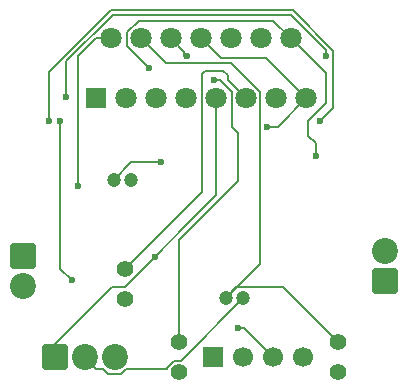
<source format=gbr>
%TF.GenerationSoftware,KiCad,Pcbnew,9.0.4*%
%TF.CreationDate,2025-09-01T01:35:23+05:30*%
%TF.ProjectId,L298,4c323938-2e6b-4696-9361-645f70636258,rev?*%
%TF.SameCoordinates,Original*%
%TF.FileFunction,Copper,L2,Bot*%
%TF.FilePolarity,Positive*%
%FSLAX46Y46*%
G04 Gerber Fmt 4.6, Leading zero omitted, Abs format (unit mm)*
G04 Created by KiCad (PCBNEW 9.0.4) date 2025-09-01 01:35:23*
%MOMM*%
%LPD*%
G01*
G04 APERTURE LIST*
G04 Aperture macros list*
%AMRoundRect*
0 Rectangle with rounded corners*
0 $1 Rounding radius*
0 $2 $3 $4 $5 $6 $7 $8 $9 X,Y pos of 4 corners*
0 Add a 4 corners polygon primitive as box body*
4,1,4,$2,$3,$4,$5,$6,$7,$8,$9,$2,$3,0*
0 Add four circle primitives for the rounded corners*
1,1,$1+$1,$2,$3*
1,1,$1+$1,$4,$5*
1,1,$1+$1,$6,$7*
1,1,$1+$1,$8,$9*
0 Add four rect primitives between the rounded corners*
20,1,$1+$1,$2,$3,$4,$5,0*
20,1,$1+$1,$4,$5,$6,$7,0*
20,1,$1+$1,$6,$7,$8,$9,0*
20,1,$1+$1,$8,$9,$2,$3,0*%
G04 Aperture macros list end*
%TA.AperFunction,ComponentPad*%
%ADD10C,1.800000*%
%TD*%
%TA.AperFunction,ComponentPad*%
%ADD11R,1.800000X1.800000*%
%TD*%
%TA.AperFunction,ComponentPad*%
%ADD12C,1.400000*%
%TD*%
%TA.AperFunction,ComponentPad*%
%ADD13R,1.700000X1.700000*%
%TD*%
%TA.AperFunction,ComponentPad*%
%ADD14C,1.700000*%
%TD*%
%TA.AperFunction,ComponentPad*%
%ADD15RoundRect,0.249999X-0.850001X-0.850001X0.850001X-0.850001X0.850001X0.850001X-0.850001X0.850001X0*%
%TD*%
%TA.AperFunction,ComponentPad*%
%ADD16C,2.200000*%
%TD*%
%TA.AperFunction,ComponentPad*%
%ADD17RoundRect,0.249999X-0.850001X0.850001X-0.850001X-0.850001X0.850001X-0.850001X0.850001X0.850001X0*%
%TD*%
%TA.AperFunction,ComponentPad*%
%ADD18C,1.200000*%
%TD*%
%TA.AperFunction,ComponentPad*%
%ADD19RoundRect,0.249999X0.850001X-0.850001X0.850001X0.850001X-0.850001X0.850001X-0.850001X-0.850001X0*%
%TD*%
%TA.AperFunction,ViaPad*%
%ADD20C,0.600000*%
%TD*%
%TA.AperFunction,Conductor*%
%ADD21C,0.200000*%
%TD*%
G04 APERTURE END LIST*
D10*
%TO.P,U1,15,SENSE_B*%
%TO.N,GND*%
X178810000Y-63080000D03*
%TO.P,U1,14,OUT4*%
%TO.N,Net-(D4-A)*%
X177540000Y-58000000D03*
%TO.P,U1,13,OUT3*%
%TO.N,Net-(D3-A)*%
X176270000Y-63080000D03*
%TO.P,U1,12,IN4*%
%TO.N,Net-(J5-Pin_4)*%
X175000000Y-58000000D03*
%TO.P,U1,11,EnB*%
%TO.N,/ENB*%
X173730000Y-63080000D03*
%TO.P,U1,10,IN3*%
%TO.N,Net-(J5-Pin_3)*%
X172460000Y-58000000D03*
%TO.P,U1,9,Vss*%
%TO.N,+12V*%
X171190000Y-63080000D03*
%TO.P,U1,8,GND*%
%TO.N,GND*%
X169920000Y-58000000D03*
%TO.P,U1,7,IN2*%
%TO.N,Net-(J5-Pin_2)*%
X168650000Y-63080000D03*
%TO.P,U1,6,EnA*%
%TO.N,/ENA*%
X167380000Y-58000000D03*
%TO.P,U1,5,IN1*%
%TO.N,Net-(J5-Pin_1)*%
X166110000Y-63080000D03*
%TO.P,U1,4,Vs*%
%TO.N,+5V*%
X164840000Y-58000000D03*
%TO.P,U1,3,OUT2*%
%TO.N,Net-(D2-A)*%
X163570000Y-63080000D03*
%TO.P,U1,2,OUT1*%
%TO.N,Net-(D1-A)*%
X162300000Y-58000000D03*
D11*
%TO.P,U1,1,SENSE_A*%
%TO.N,GND*%
X161030000Y-63080000D03*
%TD*%
D12*
%TO.P,JP3,1,A*%
%TO.N,/ENB*%
X163500000Y-77500000D03*
%TO.P,JP3,2,B*%
%TO.N,unconnected-(JP3-B-Pad2)*%
X163500000Y-80040000D03*
%TD*%
%TO.P,JP2,1,A*%
%TO.N,+5V*%
X181500000Y-83750000D03*
%TO.P,JP2,2,B*%
%TO.N,unconnected-(JP2-B-Pad2)*%
X181500000Y-86290000D03*
%TD*%
%TO.P,JP1,1,A*%
%TO.N,/ENA*%
X168000000Y-83750000D03*
%TO.P,JP1,2,B*%
%TO.N,unconnected-(JP1-B-Pad2)*%
X168000000Y-86290000D03*
%TD*%
D13*
%TO.P,J5,1,Pin_1*%
%TO.N,Net-(J5-Pin_1)*%
X170960000Y-85000000D03*
D14*
%TO.P,J5,2,Pin_2*%
%TO.N,Net-(J5-Pin_2)*%
X173500000Y-85000000D03*
%TO.P,J5,3,Pin_3*%
%TO.N,Net-(J5-Pin_3)*%
X176040000Y-85000000D03*
%TO.P,J5,4,Pin_4*%
%TO.N,Net-(J5-Pin_4)*%
X178580000Y-85000000D03*
%TD*%
D15*
%TO.P,J3,1,Pin_1*%
%TO.N,+12V*%
X157500000Y-85000000D03*
D16*
%TO.P,J3,2,Pin_2*%
%TO.N,GND*%
X160040000Y-85000000D03*
%TO.P,J3,3,Pin_3*%
%TO.N,+5V*%
X162580000Y-85000000D03*
%TD*%
D17*
%TO.P,J1,1,Pin_1*%
%TO.N,Net-(D1-A)*%
X154807500Y-76460000D03*
D16*
%TO.P,J1,2,Pin_2*%
%TO.N,Net-(D2-A)*%
X154807500Y-79000000D03*
%TD*%
D18*
%TO.P,C2,1*%
%TO.N,+5V*%
X172000000Y-80000000D03*
%TO.P,C2,2*%
%TO.N,GND*%
X173500000Y-80000000D03*
%TD*%
%TO.P,C1,1*%
%TO.N,Net-(U2-VO)*%
X162500000Y-70000000D03*
%TO.P,C1,2*%
%TO.N,+5V*%
X164000000Y-70000000D03*
%TD*%
D19*
%TO.P,J2,1,Pin_1*%
%TO.N,Net-(D3-A)*%
X185500000Y-78540000D03*
D16*
%TO.P,J2,2,Pin_2*%
%TO.N,Net-(D4-A)*%
X185500000Y-76000000D03*
%TD*%
D20*
%TO.N,Net-(U2-VO)*%
X166500000Y-68500000D03*
%TO.N,Net-(D3-A)*%
X157000000Y-65000000D03*
X180000000Y-65000000D03*
%TO.N,Net-(D2-A)*%
X158500000Y-63000000D03*
X180500000Y-59500000D03*
%TO.N,Net-(D4-A)*%
X179600000Y-68000000D03*
%TO.N,/ENA*%
X168703057Y-59499000D03*
%TO.N,Net-(D4-A)*%
X165500000Y-60500000D03*
%TO.N,+12V*%
X166000000Y-76500000D03*
%TO.N,/ENA*%
X171000000Y-61500000D03*
%TO.N,Net-(D2-A)*%
X159000000Y-78500000D03*
X158000000Y-65000000D03*
%TO.N,Net-(D1-A)*%
X159500000Y-70500000D03*
%TO.N,Net-(J5-Pin_3)*%
X173000000Y-82500000D03*
%TO.N,GND*%
X175531000Y-65500000D03*
%TD*%
D21*
%TO.N,Net-(U2-VO)*%
X164000000Y-68500000D02*
X166500000Y-68500000D01*
X164000000Y-68500000D02*
X162500000Y-70000000D01*
%TO.N,Net-(D3-A)*%
X157000000Y-60865800D02*
X157000000Y-65000000D01*
X162266800Y-55599000D02*
X157000000Y-60865800D01*
X177666100Y-55599000D02*
X162266800Y-55599000D01*
X181101000Y-59033900D02*
X177666100Y-55599000D01*
X181101000Y-63899000D02*
X181101000Y-59033900D01*
X180000000Y-65000000D02*
X181101000Y-63899000D01*
%TO.N,Net-(D4-A)*%
X180500000Y-60960000D02*
X177540000Y-58000000D01*
X179000000Y-66300000D02*
X179000000Y-65000000D01*
X179000000Y-65000000D02*
X180500000Y-63500000D01*
X180500000Y-63500000D02*
X180500000Y-60960000D01*
X179600000Y-66900000D02*
X179000000Y-66300000D01*
X179600000Y-68000000D02*
X179600000Y-66900000D01*
%TO.N,Net-(D2-A)*%
X158500000Y-59932900D02*
X158500000Y-63000000D01*
X162432900Y-56000000D02*
X158500000Y-59932900D01*
X180500000Y-59000000D02*
X177500000Y-56000000D01*
X180500000Y-59500000D02*
X180500000Y-59000000D01*
X177500000Y-56000000D02*
X162432900Y-56000000D01*
%TO.N,/ENA*%
X168702057Y-59500000D02*
X168703057Y-59499000D01*
X168500000Y-59120000D02*
X168500000Y-59500000D01*
X168500000Y-59500000D02*
X168702057Y-59500000D01*
X167380000Y-58000000D02*
X168500000Y-59120000D01*
%TO.N,Net-(D4-A)*%
X176040000Y-56500000D02*
X177540000Y-58000000D01*
X164641529Y-56500000D02*
X176040000Y-56500000D01*
X163639000Y-57502529D02*
X164641529Y-56500000D01*
X163639000Y-58639000D02*
X163639000Y-57502529D01*
X165500000Y-60500000D02*
X163639000Y-58639000D01*
%TO.N,/ENA*%
X172529000Y-65529000D02*
X172529000Y-62529000D01*
X172529000Y-62529000D02*
X171500000Y-61500000D01*
X173000000Y-66000000D02*
X172529000Y-65529000D01*
X173000000Y-70067100D02*
X173000000Y-66000000D01*
X168000000Y-75067100D02*
X173000000Y-70067100D01*
X168000000Y-83750000D02*
X168000000Y-75067100D01*
X171500000Y-61500000D02*
X171000000Y-61500000D01*
%TO.N,Net-(D2-A)*%
X158000000Y-77500000D02*
X159000000Y-78500000D01*
X158000000Y-65000000D02*
X158000000Y-77500000D01*
%TO.N,/ENB*%
X172150000Y-61500000D02*
X173730000Y-63080000D01*
X172150000Y-61150000D02*
X172150000Y-61500000D01*
X171750000Y-60750000D02*
X172150000Y-61150000D01*
X170250000Y-60750000D02*
X171750000Y-60750000D01*
X169989000Y-71011000D02*
X169989000Y-61011000D01*
X163500000Y-77500000D02*
X169989000Y-71011000D01*
X169989000Y-61011000D02*
X170250000Y-60750000D01*
%TO.N,GND*%
X168211000Y-85289000D02*
X173500000Y-80000000D01*
X167585372Y-85289000D02*
X168211000Y-85289000D01*
X166999000Y-85875372D02*
X167585372Y-85289000D01*
X163561314Y-86000000D02*
X166999000Y-86000000D01*
X161598686Y-86000000D02*
X161999686Y-86401000D01*
X163160314Y-86401000D02*
X163561314Y-86000000D01*
X161040000Y-86000000D02*
X161598686Y-86000000D01*
X161999686Y-86401000D02*
X163160314Y-86401000D01*
X166999000Y-86000000D02*
X166999000Y-85875372D01*
X160040000Y-85000000D02*
X161040000Y-86000000D01*
%TO.N,Net-(D1-A)*%
X159500000Y-59500000D02*
X161000000Y-58000000D01*
X161000000Y-58000000D02*
X162300000Y-58000000D01*
X159500000Y-70500000D02*
X159500000Y-59500000D01*
%TO.N,Net-(J5-Pin_3)*%
X173540000Y-82500000D02*
X173000000Y-82500000D01*
X176040000Y-85000000D02*
X173540000Y-82500000D01*
%TO.N,GND*%
X176390000Y-65500000D02*
X175531000Y-65500000D01*
X178810000Y-63080000D02*
X176390000Y-65500000D01*
X171618000Y-59698000D02*
X169920000Y-58000000D01*
X178810000Y-63080000D02*
X175428000Y-59698000D01*
X175428000Y-59698000D02*
X171618000Y-59698000D01*
%TO.N,+5V*%
X174931000Y-62582529D02*
X174931000Y-77069000D01*
X172447471Y-60099000D02*
X174931000Y-62582529D01*
X174931000Y-77069000D02*
X172000000Y-80000000D01*
X166939000Y-60099000D02*
X172447471Y-60099000D01*
X164840000Y-58000000D02*
X166939000Y-60099000D01*
X172901000Y-79099000D02*
X172000000Y-80000000D01*
X176849000Y-79099000D02*
X172901000Y-79099000D01*
X181500000Y-83750000D02*
X176849000Y-79099000D01*
%TO.N,+12V*%
X162361001Y-79039000D02*
X163461000Y-79039000D01*
X157500000Y-83900001D02*
X162361001Y-79039000D01*
X157500000Y-85000000D02*
X157500000Y-83900001D01*
X163461000Y-79039000D02*
X171190000Y-71310000D01*
X171190000Y-71310000D02*
X171190000Y-63080000D01*
%TD*%
M02*

</source>
